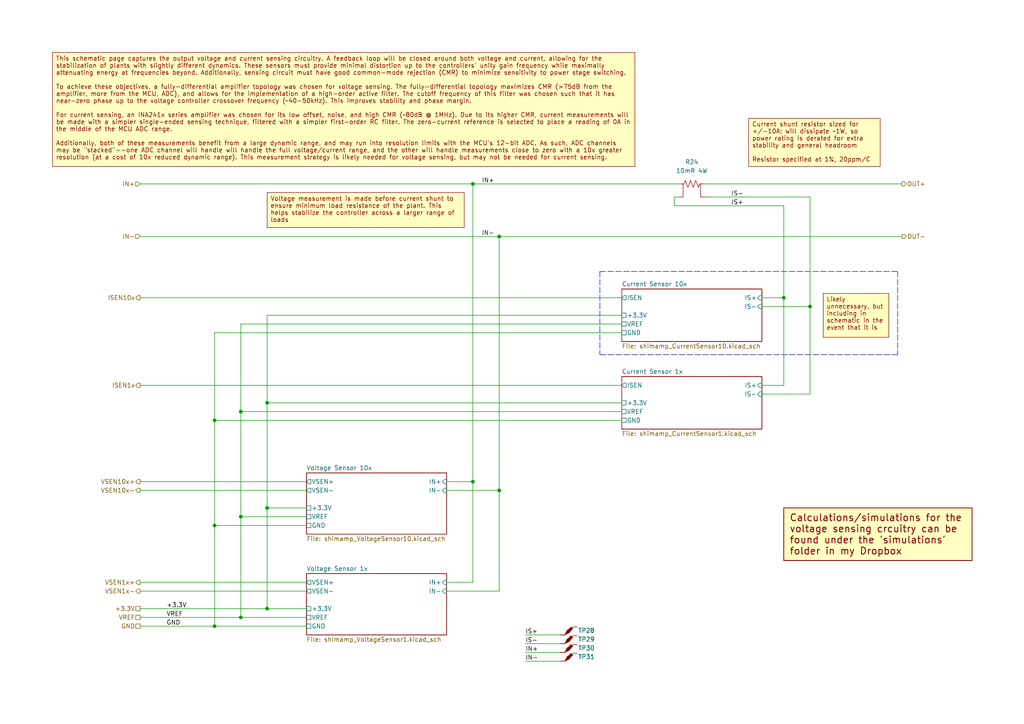
<source format=kicad_sch>
(kicad_sch (version 20230121) (generator eeschema)
  (paper "A4")
  (title_block (title "Shim Amplifier Prototype") (date "2023-08-01") (rev "A.1") (company "Ishaan Govindarajan"))
  (lib_symbols
    (symbol "Custom-LogicIC:TestPoint" (in_bom no)
      (property "Reference" "TP" (at 2.54 0 0))
      (symbol "TestPoint_1_1"
        (polyline (pts (xy -0.762 1.27) (xy 0 0.508)) (stroke (width 0) (color 72 0 0 1)))
        (polyline (pts (xy -0.508 1.524) (xy 0.254 0.762)) (stroke (width 0) (color 72 0 0 1)))
        (polyline (pts (xy -1.27 0) (xy -0.762 1.016) (xy -0.254 0.508) (xy -1.27 0)) (fill (type color) (color 132 0 0 1)))
        (polyline (pts (xy -0.762 1.016) (xy 0.508 2.286) (xy 1.016 1.778) (xy -0.254 0.508) (xy -0.762 1.016)) (fill (type color) (color 132 0 0 1)))
        (arc (start 1.778 2.286) (mid 1.2343 2.3019) (end 0.762 2.032))
        (arc (start 1.778 2.286) (mid 2.032 2.258) (end 2.286 2.286))
        (pin passive line (at -2.54 0 0) (length 1.27) (name "") (number "1"))
      )
    )
    (symbol "Custom-Resistor:VMS-R010-1.0-U" (pin_numbers hide) (pin_names (offset 0))
      (property "Reference" "R" (at 2.54 0 90))
      (property "Value" "10mR 4W" (at -2.54 0 90))
      (symbol "VMS-R010-1.0-U_0_1"
        (polyline (pts (xy 0 -2.286) (xy 0 -2.54)))
        (polyline (pts (xy 0 2.286) (xy 0 2.54)))
        (polyline (pts (xy 3.81 -2.54) (xy 0 -2.54)))
        (polyline (pts (xy 3.81 2.54) (xy 0 2.54)))
        (polyline (pts (xy 0 -0.762) (xy 1.016 -1.143) (xy 0 -1.524) (xy -1.016 -1.905) (xy 0 -2.286)))
        (polyline (pts (xy 0 0.762) (xy 1.016 0.381) (xy 0 0) (xy -1.016 -0.381) (xy 0 -0.762)))
        (polyline (pts (xy 0 2.286) (xy 1.016 1.905) (xy 0 1.524) (xy -1.016 1.143) (xy 0 0.762)))
      )
      (symbol "VMS-R010-1.0-U_1_1"
        (pin passive line (at 0 3.81 270) (length 1.27) (name "~") (number "1"))
        (pin passive line (at 0 -3.81 90) (length 1.27) (name "~") (number "2"))
        (pin passive line (at 3.81 3.81 270) (length 1.27) (name "~") (number "3"))
        (pin passive line (at 3.81 -3.81 90) (length 1.27) (name "~") (number "4"))
      )
    )
  )
  (junction (at 234.95 88.9))
  (junction (at 69.85 149.86))
  (junction (at 62.23 152.4))
  (junction (at 137.16 139.7))
  (junction (at 77.47 116.84))
  (junction (at 144.78 142.24))
  (junction (at 77.47 176.53))
  (junction (at 62.23 121.92))
  (junction (at 227.33 86.36))
  (junction (at 62.23 181.61))
  (junction (at 137.16 53.34))
  (junction (at 69.85 119.38))
  (junction (at 69.85 179.07))
  (junction (at 77.47 147.32))
  (junction (at 144.78 68.58))
  (wire (pts (xy 69.85 93.98) (xy 180.34 93.98)))
  (wire (pts (xy 152.4 184.15) (xy 162.56 184.15)))
  (wire (pts (xy 227.33 86.36) (xy 227.33 111.76)))
  (wire (pts (xy 144.78 142.24) (xy 144.78 68.58)))
  (wire (pts (xy 137.16 53.34) (xy 196.85 53.34)))
  (wire (pts (xy 62.23 152.4) (xy 62.23 121.92)))
  (wire (pts (xy 69.85 179.07) (xy 88.9 179.07)))
  (wire (pts (xy 196.85 57.15) (xy 195.58 57.15)))
  (wire (pts (xy 220.98 86.36) (xy 227.33 86.36)))
  (wire (pts (xy 220.98 111.76) (xy 227.33 111.76)))
  (wire (pts (xy 40.64 53.34) (xy 137.16 53.34)))
  (polyline (pts (xy 173.99 78.74) (xy 260.35 78.74)) (stroke (width 0) (type dash)))
  (wire (pts (xy 152.4 191.77) (xy 162.56 191.77)))
  (wire (pts (xy 77.47 116.84) (xy 180.34 116.84)))
  (wire (pts (xy 40.64 139.7) (xy 88.9 139.7)))
  (wire (pts (xy 69.85 149.86) (xy 69.85 119.38)))
  (wire (pts (xy 62.23 181.61) (xy 62.23 152.4)))
  (wire (pts (xy 129.54 142.24) (xy 144.78 142.24)))
  (wire (pts (xy 144.78 68.58) (xy 261.62 68.58)))
  (wire (pts (xy 152.4 186.69) (xy 162.56 186.69)))
  (wire (pts (xy 40.64 111.76) (xy 180.34 111.76)))
  (wire (pts (xy 77.47 91.44) (xy 180.34 91.44)))
  (polyline (pts (xy 173.99 78.74) (xy 173.99 102.87)) (stroke (width 0) (type dash)))
  (wire (pts (xy 40.64 68.58) (xy 144.78 68.58)))
  (wire (pts (xy 77.47 147.32) (xy 77.47 176.53)))
  (wire (pts (xy 62.23 152.4) (xy 88.9 152.4)))
  (wire (pts (xy 40.64 168.91) (xy 88.9 168.91)))
  (wire (pts (xy 144.78 142.24) (xy 144.78 171.45)))
  (wire (pts (xy 77.47 147.32) (xy 77.47 116.84)))
  (wire (pts (xy 88.9 181.61) (xy 62.23 181.61)))
  (wire (pts (xy 77.47 116.84) (xy 77.47 91.44)))
  (wire (pts (xy 144.78 171.45) (xy 129.54 171.45)))
  (wire (pts (xy 220.98 88.9) (xy 234.95 88.9)))
  (wire (pts (xy 234.95 57.15) (xy 234.95 88.9)))
  (wire (pts (xy 69.85 119.38) (xy 180.34 119.38)))
  (wire (pts (xy 129.54 168.91) (xy 137.16 168.91)))
  (wire (pts (xy 195.58 57.15) (xy 195.58 59.69)))
  (wire (pts (xy 69.85 149.86) (xy 69.85 179.07)))
  (wire (pts (xy 204.47 53.34) (xy 261.62 53.34)))
  (wire (pts (xy 195.58 59.69) (xy 227.33 59.69)))
  (wire (pts (xy 40.64 142.24) (xy 88.9 142.24)))
  (polyline (pts (xy 260.35 102.87) (xy 173.99 102.87)) (stroke (width 0) (type dash)))
  (wire (pts (xy 234.95 88.9) (xy 234.95 114.3)))
  (wire (pts (xy 137.16 139.7) (xy 137.16 53.34)))
  (wire (pts (xy 62.23 96.52) (xy 180.34 96.52)))
  (wire (pts (xy 40.64 171.45) (xy 88.9 171.45)))
  (wire (pts (xy 88.9 176.53) (xy 77.47 176.53)))
  (polyline (pts (xy 260.35 78.74) (xy 260.35 102.87)) (stroke (width 0) (type dash)))
  (wire (pts (xy 40.64 181.61) (xy 62.23 181.61)))
  (wire (pts (xy 69.85 93.98) (xy 69.85 119.38)))
  (wire (pts (xy 62.23 121.92) (xy 180.34 121.92)))
  (wire (pts (xy 227.33 59.69) (xy 227.33 86.36)))
  (wire (pts (xy 40.64 176.53) (xy 77.47 176.53)))
  (wire (pts (xy 69.85 149.86) (xy 88.9 149.86)))
  (wire (pts (xy 220.98 114.3) (xy 234.95 114.3)))
  (wire (pts (xy 77.47 147.32) (xy 88.9 147.32)))
  (wire (pts (xy 137.16 168.91) (xy 137.16 139.7)))
  (wire (pts (xy 152.4 189.23) (xy 162.56 189.23)))
  (wire (pts (xy 62.23 96.52) (xy 62.23 121.92)))
  (wire (pts (xy 129.54 139.7) (xy 137.16 139.7)))
  (wire (pts (xy 40.64 179.07) (xy 69.85 179.07)))
  (wire (pts (xy 40.64 86.36) (xy 180.34 86.36)))
  (wire (pts (xy 204.47 57.15) (xy 234.95 57.15)))
  (text_box "This schematic page captures the output voltage and current sensing circuitry. A feedback loop will be closed around both voltage and current, allowing for the stabilization of plants with slightly different dynamics. These sensors must provide minimal distortion up to the controllers' unity gain frequency while maximally attenuating energy at frequencies beyond. Additionally, sensing circuit must have good common-mode rejection (CMR) to minimize sensitivity to power stage switching. \n\nTo achieve these objectives, a fully-differential amplifier topology was chosen for voltage sensing. The fully-differential topology maximizes CMR (>75dB from the amplifier, more from the MCU, ADC), and allows for the implementation of a high-order active filter. The cutoff frequency of this filter was chosen such that it has near-zero phase up to the voltage controller crossover frequency (~40-50kHz). This improves stability and phase margin. \n\nFor current sensing, an INA241x series amplifier was chosen for its low offset, noise, and high CMR (~80dB @ 1MHz). Due to its higher CMR, current measurements will be made with a simpler single-ended sensing technique, filtered with a simpler first-order RC filter. The zero-current reference is selected to place a reading of 0A in the middle of the MCU ADC range.\n\nAdditionally, both of these measurements benefit from a large dynamic range, and may run into resolution limits with the MCU's 12-bit ADC. As such, ADC channels may be \"stacked\"--one ADC channel will handle will handle the full voltage/current range, and the other will handle measurements close to zero with a 10x greater resolution (at a cost of 10x reduced dynamic range). This measurement strategy is likely needed for voltage sensing, but may not be needed for current sensing." (at 15.24 15.24 0) (size 168.91 33.02) (stroke (width 0) (color 132 0 0 1)) (fill (type color) (color 255 255 194 1)) (effects (font (size 1.27 1.27)) (justify left top)))
  (text_box "Calculations/simulations for the voltage sensing crcuitry can be found under the 'simulations' folder in my Dropbox" (at 227.33 147.32 0) (size 54.61 15.24) (stroke (width 0.25) (color 132 0 0 1)) (fill (type color) (color 255 255 194 1)) (effects (font (size 2 2) (thickness 0.254) bold) (justify left top)))
  (text_box "Likely unnecessary, but including in schematic in the event that it is" (at 238.76 85.09 0) (size 19.05 12.7) (stroke (width 0) (color 132 0 0 1)) (fill (type color) (color 255 255 194 1)) (effects (font (size 1.27 1.27)) (justify left top)))
  (text_box "Voltage measurement is made before current shunt to ensure minimum load resistance of the plant. This helps stabilize the controller across a larger range of loads" (at 77.47 55.88 0) (size 57.15 10.16) (stroke (width 0) (color 132 0 0 1)) (fill (type color) (color 255 255 194 1)) (effects (font (size 1.27 1.27)) (justify left top)))
  (text_box "Current shunt resistor sized for +/-10A; will dissipate ~1W, so power rating is derated for extra stability and general headroom\n\nResistor specified at 1%, 20ppm/C" (at 217.17 34.29 0) (size 38.1 13.97) (stroke (width 0) (color 132 0 0 1)) (fill (type color) (color 255 255 194 1)) (effects (font (size 1.27 1.27)) (justify left top)))
  (label "IN-" (at 139.7 68.58 0))
  (label "IS-" (at 152.4 186.69 0))
  (label "IS-" (at 212.09 57.15 0))
  (label "IS+" (at 152.4 184.15 0))
  (label "IN+" (at 152.4 189.23 0))
  (label "IN-" (at 152.4 191.77 0))
  (label "IN+" (at 139.7 53.34 0))
  (label "+3.3V" (at 48.26 176.53 0))
  (label "GND" (at 48.26 181.61 0))
  (label "VREF" (at 48.26 179.07 0))
  (label "IS+" (at 212.09 59.69 0))
  (hierarchical_label "ISEN1x" (shape output) (at 40.64 111.76 180))
  (hierarchical_label "IN+" (shape input) (at 40.64 53.34 180))
  (hierarchical_label "IN-" (shape input) (at 40.64 68.58 180))
  (hierarchical_label "OUT-" (shape output) (at 261.62 68.58 0))
  (hierarchical_label "VSEN10x-" (shape output) (at 40.64 142.24 180))
  (hierarchical_label "ISEN10x" (shape output) (at 40.64 86.36 180))
  (hierarchical_label "VSEN10x+" (shape output) (at 40.64 139.7 180))
  (hierarchical_label "VSEN1x-" (shape output) (at 40.64 171.45 180))
  (hierarchical_label "+3.3V" (shape passive) (at 40.64 176.53 180))
  (hierarchical_label "VREF" (shape passive) (at 40.64 179.07 180))
  (hierarchical_label "GND" (shape passive) (at 40.64 181.61 180))
  (hierarchical_label "VSEN1x+" (shape output) (at 40.64 168.91 180))
  (hierarchical_label "OUT+" (shape output) (at 261.62 53.34 0))
  (symbol (lib_id "Custom-LogicIC:TestPoint") (at 165.1 191.77 0) (unit 1) (in_bom no)
    (property "Reference" "TP31" (at 167.64 190.5 0) (effects (justify left)))
    (property "Value" "-" (effects hide))
    (property "Footprint" "TestPoint:TestPoint_Pad_D2.0mm" (effects hide))
    (instances (project "Class-D Prorotype RevB2" (path "" (reference "TP31") (unit 1)) (path "" (reference "TP?") (unit 1)) (path "" (reference "TP?") (unit 1))))
  )
  (symbol (lib_id "Custom-Resistor:VMS-R010-1.0-U") (at 200.66 53.34 270) (unit 1)
    (property "Reference" "R24" (at 200.66 46.99 90))
    (property "Value" "10mR 4W" (at 200.66 49.53 90))
    (property "Footprint" "Custom-RLC:R_2512_6332_CURRENT_SHUNT" (effects hide))
    (property "Datasheet" "https://www.isabellenhuetteusa.com/wp-content/uploads/2020/05/VMS.pdf" (effects hide))
    (property "Manufacturer" "Isabellenhuette USA" (effects hide))
    (property "Part Number" "VMS-R010-1.0-U" (effects hide))
  )
  (symbol (lib_id "Custom-LogicIC:TestPoint") (at 165.1 184.15 0) (unit 1) (in_bom no)
    (property "Reference" "TP28" (at 167.64 182.88 0) (effects (justify left)))
    (property "Value" "-" (effects hide))
    (property "Footprint" "TestPoint:TestPoint_Pad_D2.0mm" (effects hide))
  )
  (symbol (lib_id "Custom-LogicIC:TestPoint") (at 165.1 189.23 0) (unit 1) (in_bom no)
    (property "Reference" "TP30" (at 167.64 187.96 0) (effects (justify left)))
    (property "Value" "-" (effects hide))
    (property "Footprint" "TestPoint:TestPoint_Pad_D2.0mm" (effects hide))
    (instances (project "Class-D Prorotype RevB2" (path "" (reference "TP30") (unit 1)) (path "" (reference "TP?") (unit 1)) (path "" (reference "TP?") (unit 1))))
  )
  (symbol (lib_id "Custom-LogicIC:TestPoint") (at 165.1 186.69 0) (unit 1) (in_bom no)
    (property "Reference" "TP29" (at 167.64 185.42 0) (effects (justify left)))
    (property "Value" "-" (effects hide))
    (property "Footprint" "TestPoint:TestPoint_Pad_D2.0mm" (effects hide))
  )
  (sheet (at 88.9 137.16) (size 40.64 17.78) (stroke (width 0.1524))
    (property "Sheetname" "Voltage Sensor 10x" (at 88.9 136.4484 0) (effects (justify left bottom)))
    (property "Sheetfile" "shimamp_VoltageSensor10.kicad_sch" (at 88.9 155.5246 0) (effects (justify left top)))
    (pin "VSEN-" output (at 88.9 142.24 180))
    (pin "VSEN+" output (at 88.9 139.7 180))
    (pin "IN-" input (at 129.54 142.24 0))
    (pin "IN+" input (at 129.54 139.7 0))
    (pin "GND" passive (at 88.9 152.4 180))
    (pin "VREF" passive (at 88.9 149.86 180))
    (pin "+3.3V" passive (at 88.9 147.32 180))
  )
  (sheet (at 180.34 109.22) (size 40.64 15.24) (stroke (width 0.1524))
    (property "Sheetname" "Current Sensor 1x" (at 180.34 108.5084 0) (effects (justify left bottom)))
    (property "Sheetfile" "shimamp_CurrentSensor1.kicad_sch" (at 180.34 125.0446 0) (effects (justify left top)))
    (pin "ISEN" output (at 180.34 111.76 180))
    (pin "GND" passive (at 180.34 121.92 180))
    (pin "+3.3V" passive (at 180.34 116.84 180))
    (pin "IS-" input (at 220.98 114.3 0))
    (pin "VREF" passive (at 180.34 119.38 180))
    (pin "IS+" input (at 220.98 111.76 0))
  )
  (sheet (at 180.34 83.82) (size 40.64 15.24) (stroke (width 0.1524))
    (property "Sheetname" "Current Sensor 10x" (at 180.34 83.1084 0) (effects (justify left bottom)))
    (property "Sheetfile" "shimamp_CurrentSensor10.kicad_sch" (at 180.34 99.6446 0) (effects (justify left top)))
    (pin "IS+" input (at 220.98 86.36 0))
    (pin "GND" passive (at 180.34 96.52 180))
    (pin "IS-" input (at 220.98 88.9 0))
    (pin "+3.3V" passive (at 180.34 91.44 180))
    (pin "VREF" passive (at 180.34 93.98 180))
    (pin "ISEN" output (at 180.34 86.36 180))
  )
  (sheet (at 88.9 166.37) (size 40.64 17.78) (stroke (width 0.1524))
    (property "Sheetname" "Voltage Sensor 1x" (at 88.9 165.6584 0) (effects (justify left bottom)))
    (property "Sheetfile" "shimamp_VoltageSensor1.kicad_sch" (at 88.9 184.7346 0) (effects (justify left top)))
    (pin "GND" passive (at 88.9 181.61 180))
    (pin "VREF" passive (at 88.9 179.07 180))
    (pin "+3.3V" passive (at 88.9 176.53 180))
    (pin "IN-" input (at 129.54 171.45 0))
    (pin "IN+" input (at 129.54 168.91 0))
    (pin "VSEN+" output (at 88.9 168.91 180))
    (pin "VSEN-" output (at 88.9 171.45 180))
  )
)
</source>
